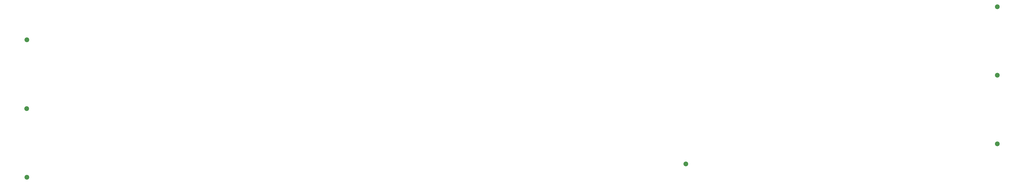
<source format=gbs>
G04 #@! TF.GenerationSoftware,KiCad,Pcbnew,8.0.3*
G04 #@! TF.CreationDate,2024-09-11T17:16:18-04:00*
G04 #@! TF.ProjectId,cover_plate,636f7665-725f-4706-9c61-74652e6b6963,rev?*
G04 #@! TF.SameCoordinates,Original*
G04 #@! TF.FileFunction,Soldermask,Bot*
G04 #@! TF.FilePolarity,Negative*
%FSLAX46Y46*%
G04 Gerber Fmt 4.6, Leading zero omitted, Abs format (unit mm)*
G04 Created by KiCad (PCBNEW 8.0.3) date 2024-09-11 17:16:18*
%MOMM*%
%LPD*%
G01*
G04 APERTURE LIST*
%ADD10C,2.200000*%
G04 APERTURE END LIST*
D10*
X80350000Y-129930000D03*
X529910000Y-146330000D03*
X529900000Y-178170000D03*
X529900000Y-114560000D03*
X80340000Y-161860000D03*
X80370000Y-193660000D03*
X385590000Y-187470000D03*
M02*

</source>
